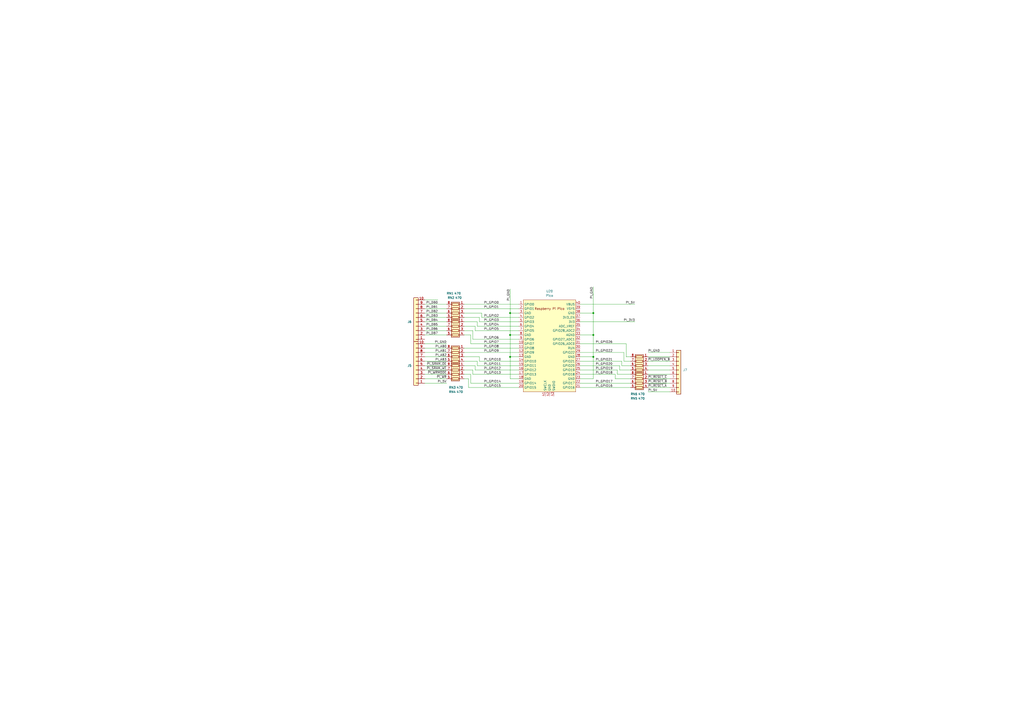
<source format=kicad_sch>
(kicad_sch (version 20231120) (generator "eeschema") (generator_version "8.0")
  (paper "A2")
  (title_block (title "Le Le Pétomane Ringard (sampleton)"))
  (lib_symbols
    (symbol "Connector_Generic:Conn_01x10" (pin_names (offset 1.016) hide)
      (property "Reference" "J" (at 0 12.7 0))
      (property "Value" "Conn_01x10" (at 0 -15.24 0))
      (symbol "Conn_01x10_1_1"
        (rectangle (start -1.27 -12.573) (end 0 -12.827) (stroke (width 0.1524)))
        (rectangle (start -1.27 -10.033) (end 0 -10.287) (stroke (width 0.1524)))
        (rectangle (start -1.27 -7.493) (end 0 -7.747) (stroke (width 0.1524)))
        (rectangle (start -1.27 -4.953) (end 0 -5.207) (stroke (width 0.1524)))
        (rectangle (start -1.27 -2.413) (end 0 -2.667) (stroke (width 0.1524)))
        (rectangle (start -1.27 0.127) (end 0 -0.127) (stroke (width 0.1524)))
        (rectangle (start -1.27 2.667) (end 0 2.413) (stroke (width 0.1524)))
        (rectangle (start -1.27 5.207) (end 0 4.953) (stroke (width 0.1524)))
        (rectangle (start -1.27 7.747) (end 0 7.493) (stroke (width 0.1524)))
        (rectangle (start -1.27 10.287) (end 0 10.033) (stroke (width 0.1524)))
        (rectangle (start -1.27 11.43) (end 1.27 -13.97) (stroke (width 0.254)) (fill (type background)))
        (pin passive line (at -5.08 10.16 0) (length 3.81) (name "Pin_1") (number "1"))
        (pin passive line (at -5.08 -12.7 0) (length 3.81) (name "Pin_10") (number "10"))
        (pin passive line (at -5.08 7.62 0) (length 3.81) (name "Pin_2") (number "2"))
        (pin passive line (at -5.08 5.08 0) (length 3.81) (name "Pin_3") (number "3"))
        (pin passive line (at -5.08 2.54 0) (length 3.81) (name "Pin_4") (number "4"))
        (pin passive line (at -5.08 0 0) (length 3.81) (name "Pin_5") (number "5"))
        (pin passive line (at -5.08 -2.54 0) (length 3.81) (name "Pin_6") (number "6"))
        (pin passive line (at -5.08 -5.08 0) (length 3.81) (name "Pin_7") (number "7"))
        (pin passive line (at -5.08 -7.62 0) (length 3.81) (name "Pin_8") (number "8"))
        (pin passive line (at -5.08 -10.16 0) (length 3.81) (name "Pin_9") (number "9"))
      )
    )
    (symbol "Device:R_Pack04" (pin_names (offset 0) hide)
      (property "Reference" "RN" (at -7.62 0 90))
      (property "Value" "R_Pack04" (at 5.08 0 90))
      (symbol "R_Pack04_0_1"
        (rectangle (start -6.35 -2.413) (end 3.81 2.413) (stroke (width 0.254)) (fill (type background)))
        (rectangle (start -5.715 1.905) (end -4.445 -1.905) (stroke (width 0.254)))
        (rectangle (start -3.175 1.905) (end -1.905 -1.905) (stroke (width 0.254)))
        (rectangle (start -0.635 1.905) (end 0.635 -1.905) (stroke (width 0.254)))
        (polyline (pts (xy -5.08 -2.54) (xy -5.08 -1.905)))
        (polyline (pts (xy -5.08 1.905) (xy -5.08 2.54)))
        (polyline (pts (xy -2.54 -2.54) (xy -2.54 -1.905)))
        (polyline (pts (xy -2.54 1.905) (xy -2.54 2.54)))
        (polyline (pts (xy 0 -2.54) (xy 0 -1.905)))
        (polyline (pts (xy 0 1.905) (xy 0 2.54)))
        (polyline (pts (xy 2.54 -2.54) (xy 2.54 -1.905)))
        (polyline (pts (xy 2.54 1.905) (xy 2.54 2.54)))
        (rectangle (start 1.905 1.905) (end 3.175 -1.905) (stroke (width 0.254)))
      )
      (symbol "R_Pack04_1_1"
        (pin passive line (at -5.08 -5.08 90) (length 2.54) (name "R1.1") (number "1"))
        (pin passive line (at -2.54 -5.08 90) (length 2.54) (name "R2.1") (number "2"))
        (pin passive line (at 0 -5.08 90) (length 2.54) (name "R3.1") (number "3"))
        (pin passive line (at 2.54 -5.08 90) (length 2.54) (name "R4.1") (number "4"))
        (pin passive line (at 2.54 5.08 270) (length 2.54) (name "R4.2") (number "5"))
        (pin passive line (at 0 5.08 270) (length 2.54) (name "R3.2") (number "6"))
        (pin passive line (at -2.54 5.08 270) (length 2.54) (name "R2.2") (number "7"))
        (pin passive line (at -5.08 5.08 270) (length 2.54) (name "R1.2") (number "8"))
      )
    )
    (symbol "MCU_RaspberryPi_and_Boards:Pico"
      (property "Reference" "U" (at -13.97 27.94 0))
      (property "Value" "Pico" (at 0 19.05 0))
      (symbol "Pico_0_0"
        (text "Raspberry Pi Pico" (at 0 21.59 0) (effects (font (size 1.27 1.27))))
      )
      (symbol "Pico_0_1"
        (rectangle (start -15.24 26.67) (end 15.24 -26.67) (fill (type background)))
      )
      (symbol "Pico_1_1"
        (pin bidirectional line (at -17.78 24.13 0) (length 2.54) (name "GPIO0") (number "1"))
        (pin bidirectional line (at -17.78 1.27 0) (length 2.54) (name "GPIO7") (number "10"))
        (pin bidirectional line (at -17.78 -1.27 0) (length 2.54) (name "GPIO8") (number "11"))
        (pin bidirectional line (at -17.78 -3.81 0) (length 2.54) (name "GPIO9") (number "12"))
        (pin power_in line (at -17.78 -6.35 0) (length 2.54) (name "GND") (number "13"))
        (pin bidirectional line (at -17.78 -8.89 0) (length 2.54) (name "GPIO10") (number "14"))
        (pin bidirectional line (at -17.78 -11.43 0) (length 2.54) (name "GPIO11") (number "15"))
        (pin bidirectional line (at -17.78 -13.97 0) (length 2.54) (name "GPIO12") (number "16"))
        (pin bidirectional line (at -17.78 -16.51 0) (length 2.54) (name "GPIO13") (number "17"))
        (pin power_in line (at -17.78 -19.05 0) (length 2.54) (name "GND") (number "18"))
        (pin bidirectional line (at -17.78 -21.59 0) (length 2.54) (name "GPIO14") (number "19"))
        (pin bidirectional line (at -17.78 21.59 0) (length 2.54) (name "GPIO1") (number "2"))
        (pin bidirectional line (at -17.78 -24.13 0) (length 2.54) (name "GPIO15") (number "20"))
        (pin bidirectional line (at 17.78 -24.13 180) (length 2.54) (name "GPIO16") (number "21"))
        (pin bidirectional line (at 17.78 -21.59 180) (length 2.54) (name "GPIO17") (number "22"))
        (pin power_in line (at 17.78 -19.05 180) (length 2.54) (name "GND") (number "23"))
        (pin bidirectional line (at 17.78 -16.51 180) (length 2.54) (name "GPIO18") (number "24"))
        (pin bidirectional line (at 17.78 -13.97 180) (length 2.54) (name "GPIO19") (number "25"))
        (pin bidirectional line (at 17.78 -11.43 180) (length 2.54) (name "GPIO20") (number "26"))
        (pin bidirectional line (at 17.78 -8.89 180) (length 2.54) (name "GPIO21") (number "27"))
        (pin power_in line (at 17.78 -6.35 180) (length 2.54) (name "GND") (number "28"))
        (pin bidirectional line (at 17.78 -3.81 180) (length 2.54) (name "GPIO22") (number "29"))
        (pin power_in line (at -17.78 19.05 0) (length 2.54) (name "GND") (number "3"))
        (pin input line (at 17.78 -1.27 180) (length 2.54) (name "RUN") (number "30"))
        (pin bidirectional line (at 17.78 1.27 180) (length 2.54) (name "GPIO26_ADC0") (number "31"))
        (pin bidirectional line (at 17.78 3.81 180) (length 2.54) (name "GPIO27_ADC1") (number "32"))
        (pin power_in line (at 17.78 6.35 180) (length 2.54) (name "AGND") (number "33"))
        (pin bidirectional line (at 17.78 8.89 180) (length 2.54) (name "GPIO28_ADC2") (number "34"))
        (pin power_in line (at 17.78 11.43 180) (length 2.54) (name "ADC_VREF") (number "35"))
        (pin power_in line (at 17.78 13.97 180) (length 2.54) (name "3V3") (number "36"))
        (pin input line (at 17.78 16.51 180) (length 2.54) (name "3V3_EN") (number "37"))
        (pin bidirectional line (at 17.78 19.05 180) (length 2.54) (name "GND") (number "38"))
        (pin power_in line (at 17.78 21.59 180) (length 2.54) (name "VSYS") (number "39"))
        (pin bidirectional line (at -17.78 16.51 0) (length 2.54) (name "GPIO2") (number "4"))
        (pin power_in line (at 17.78 24.13 180) (length 2.54) (name "VBUS") (number "40"))
        (pin input line (at -2.54 -29.21 90) (length 2.54) (name "SWCLK") (number "41"))
        (pin power_in line (at 0 -29.21 90) (length 2.54) (name "GND") (number "42"))
        (pin bidirectional line (at 2.54 -29.21 90) (length 2.54) (name "SWDIO") (number "43"))
        (pin bidirectional line (at -17.78 13.97 0) (length 2.54) (name "GPIO3") (number "5"))
        (pin bidirectional line (at -17.78 11.43 0) (length 2.54) (name "GPIO4") (number "6"))
        (pin bidirectional line (at -17.78 8.89 0) (length 2.54) (name "GPIO5") (number "7"))
        (pin power_in line (at -17.78 6.35 0) (length 2.54) (name "GND") (number "8"))
        (pin bidirectional line (at -17.78 3.81 0) (length 2.54) (name "GPIO6") (number "9"))
      )
    )
  )
  (junction (at 344.17 194.31))
  (junction (at 295.91 181.61))
  (junction (at 295.91 194.31))
  (junction (at 344.17 207.01))
  (junction (at 295.91 207.01))
  (junction (at 344.17 181.61))
  (wire (pts (xy 361.95 209.55) (xy 365.76 209.55)))
  (wire (pts (xy 375.92 212.09) (xy 388.62 212.09)))
  (wire (pts (xy 246.38 179.07) (xy 259.08 179.07)))
  (wire (pts (xy 254 173.99) (xy 246.38 173.99)))
  (wire (pts (xy 269.24 179.07) (xy 300.99 179.07)))
  (wire (pts (xy 259.08 209.55) (xy 246.38 209.55)))
  (wire (pts (xy 344.17 181.61) (xy 344.17 194.31)))
  (wire (pts (xy 295.91 167.64) (xy 295.91 181.61)))
  (wire (pts (xy 271.78 224.79) (xy 300.99 224.79)))
  (wire (pts (xy 336.55 207.01) (xy 344.17 207.01)))
  (wire (pts (xy 246.38 176.53) (xy 259.08 176.53)))
  (wire (pts (xy 360.68 209.55) (xy 360.68 212.09)))
  (wire (pts (xy 274.32 191.77) (xy 274.32 196.85)))
  (wire (pts (xy 246.38 191.77) (xy 259.08 191.77)))
  (wire (pts (xy 278.13 209.55) (xy 300.99 209.55)))
  (wire (pts (xy 269.24 204.47) (xy 300.99 204.47)))
  (wire (pts (xy 259.08 214.63) (xy 246.38 214.63)))
  (wire (pts (xy 276.86 212.09) (xy 300.99 212.09)))
  (wire (pts (xy 279.4 184.15) (xy 279.4 181.61)))
  (wire (pts (xy 269.24 207.01) (xy 278.13 207.01)))
  (wire (pts (xy 336.55 214.63) (xy 358.14 214.63)))
  (wire (pts (xy 273.05 199.39) (xy 300.99 199.39)))
  (wire (pts (xy 278.13 207.01) (xy 278.13 209.55)))
  (wire (pts (xy 269.24 214.63) (xy 274.32 214.63)))
  (wire (pts (xy 269.24 201.93) (xy 300.99 201.93)))
  (wire (pts (xy 275.59 191.77) (xy 300.99 191.77)))
  (wire (pts (xy 375.92 214.63) (xy 388.62 214.63)))
  (wire (pts (xy 359.41 214.63) (xy 365.76 214.63)))
  (wire (pts (xy 336.55 219.71) (xy 344.17 219.71)))
  (wire (pts (xy 360.68 212.09) (xy 365.76 212.09)))
  (wire (pts (xy 259.08 204.47) (xy 246.38 204.47)))
  (wire (pts (xy 336.55 222.25) (xy 365.76 222.25)))
  (wire (pts (xy 269.24 189.23) (xy 275.59 189.23)))
  (wire (pts (xy 274.32 214.63) (xy 274.32 217.17)))
  (wire (pts (xy 375.92 219.71) (xy 388.62 219.71)))
  (wire (pts (xy 344.17 194.31) (xy 344.17 207.01)))
  (wire (pts (xy 375.92 222.25) (xy 388.62 222.25)))
  (wire (pts (xy 273.05 217.17) (xy 273.05 222.25)))
  (wire (pts (xy 375.92 209.55) (xy 388.62 209.55)))
  (wire (pts (xy 336.55 204.47) (xy 361.95 204.47)))
  (wire (pts (xy 336.55 217.17) (xy 356.87 217.17)))
  (wire (pts (xy 269.24 186.69) (xy 276.86 186.69)))
  (wire (pts (xy 273.05 222.25) (xy 300.99 222.25)))
  (wire (pts (xy 358.14 214.63) (xy 358.14 217.17)))
  (wire (pts (xy 363.22 199.39) (xy 363.22 207.01)))
  (wire (pts (xy 363.22 207.01) (xy 365.76 207.01)))
  (wire (pts (xy 259.08 217.17) (xy 246.38 217.17)))
  (wire (pts (xy 269.24 184.15) (xy 278.13 184.15)))
  (wire (pts (xy 361.95 204.47) (xy 361.95 209.55)))
  (wire (pts (xy 336.55 186.69) (xy 368.3 186.69)))
  (wire (pts (xy 375.92 227.33) (xy 388.62 227.33)))
  (wire (pts (xy 269.24 181.61) (xy 279.4 181.61)))
  (wire (pts (xy 269.24 219.71) (xy 271.78 219.71)))
  (wire (pts (xy 344.17 166.37) (xy 344.17 181.61)))
  (wire (pts (xy 276.86 186.69) (xy 276.86 189.23)))
  (wire (pts (xy 358.14 217.17) (xy 365.76 217.17)))
  (wire (pts (xy 295.91 219.71) (xy 300.99 219.71)))
  (wire (pts (xy 336.55 212.09) (xy 359.41 212.09)))
  (wire (pts (xy 276.86 209.55) (xy 276.86 212.09)))
  (wire (pts (xy 246.38 186.69) (xy 259.08 186.69)))
  (wire (pts (xy 295.91 207.01) (xy 295.91 219.71)))
  (wire (pts (xy 279.4 184.15) (xy 300.99 184.15)))
  (wire (pts (xy 336.55 181.61) (xy 344.17 181.61)))
  (wire (pts (xy 295.91 181.61) (xy 295.91 194.31)))
  (wire (pts (xy 246.38 184.15) (xy 259.08 184.15)))
  (wire (pts (xy 356.87 217.17) (xy 356.87 219.71)))
  (wire (pts (xy 336.55 224.79) (xy 365.76 224.79)))
  (wire (pts (xy 275.59 189.23) (xy 275.59 191.77)))
  (wire (pts (xy 278.13 186.69) (xy 278.13 184.15)))
  (wire (pts (xy 295.91 194.31) (xy 300.99 194.31)))
  (wire (pts (xy 274.32 196.85) (xy 300.99 196.85)))
  (wire (pts (xy 375.92 224.79) (xy 388.62 224.79)))
  (wire (pts (xy 269.24 176.53) (xy 300.99 176.53)))
  (wire (pts (xy 336.55 199.39) (xy 363.22 199.39)))
  (wire (pts (xy 246.38 189.23) (xy 259.08 189.23)))
  (wire (pts (xy 246.38 194.31) (xy 259.08 194.31)))
  (wire (pts (xy 259.08 219.71) (xy 246.38 219.71)))
  (wire (pts (xy 278.13 186.69) (xy 300.99 186.69)))
  (wire (pts (xy 300.99 181.61) (xy 295.91 181.61)))
  (wire (pts (xy 359.41 212.09) (xy 359.41 214.63)))
  (wire (pts (xy 269.24 194.31) (xy 273.05 194.31)))
  (wire (pts (xy 295.91 207.01) (xy 300.99 207.01)))
  (wire (pts (xy 274.32 217.17) (xy 300.99 217.17)))
  (wire (pts (xy 246.38 222.25) (xy 259.08 222.25)))
  (wire (pts (xy 276.86 189.23) (xy 300.99 189.23)))
  (wire (pts (xy 375.92 207.01) (xy 388.62 207.01)))
  (wire (pts (xy 375.92 217.17) (xy 388.62 217.17)))
  (wire (pts (xy 246.38 199.39) (xy 259.08 199.39)))
  (wire (pts (xy 344.17 207.01) (xy 344.17 219.71)))
  (wire (pts (xy 269.24 217.17) (xy 273.05 217.17)))
  (wire (pts (xy 275.59 212.09) (xy 275.59 214.63)))
  (wire (pts (xy 269.24 209.55) (xy 276.86 209.55)))
  (wire (pts (xy 375.92 204.47) (xy 388.62 204.47)))
  (wire (pts (xy 336.55 194.31) (xy 344.17 194.31)))
  (wire (pts (xy 295.91 194.31) (xy 295.91 207.01)))
  (wire (pts (xy 275.59 214.63) (xy 300.99 214.63)))
  (wire (pts (xy 259.08 201.93) (xy 246.38 201.93)))
  (wire (pts (xy 336.55 209.55) (xy 360.68 209.55)))
  (wire (pts (xy 259.08 207.01) (xy 246.38 207.01)))
  (wire (pts (xy 336.55 176.53) (xy 368.3 176.53)))
  (wire (pts (xy 356.87 219.71) (xy 365.76 219.71)))
  (wire (pts (xy 271.78 219.71) (xy 271.78 224.79)))
  (wire (pts (xy 269.24 212.09) (xy 275.59 212.09)))
  (wire (pts (xy 273.05 194.31) (xy 273.05 199.39)))
  (wire (pts (xy 269.24 191.77) (xy 274.32 191.77)))
  (wire (pts (xy 246.38 181.61) (xy 259.08 181.61)))
  (wire (pts (xy 259.08 212.09) (xy 246.38 212.09)))
  (label "~{PI_WR}" (at 259.08 219.71 180))
  (label "PI_GPIO22" (at 345.44 204.47 0))
  (label "PI_DB6" (at 254 191.77 180))
  (label "PI_3V3" (at 368.3 186.69 180))
  (label "PI_DB1" (at 254 179.07 180))
  (label "PI_5V" (at 259.08 222.25 180))
  (label "PI_GPIO11" (at 280.67 212.09 0))
  (label "~{PI_RESET_A}" (at 375.92 224.79 0))
  (label "PI_AB3" (at 259.08 209.55 180))
  (label "PI_GPIO16" (at 345.44 224.79 0))
  (label "PI_AB0" (at 259.08 201.93 180))
  (label "PI_5V" (at 368.3 176.53 180))
  (label "PI_GPIO9" (at 280.67 204.47 0))
  (label "PI_GPIO2" (at 280.67 184.15 0))
  (label "PI_AB1" (at 259.08 204.47 180))
  (label "PI_DB4" (at 254 186.69 180))
  (label "PI_GPIO4" (at 280.67 189.23 0))
  (label "PI_5V" (at 375.92 227.33 0))
  (label "PI_GPIO13" (at 280.67 217.17 0))
  (label "PI_GND" (at 375.92 204.47 0))
  (label "PI_GPIO5" (at 280.67 191.77 0))
  (label "PI_GPIO10" (at 280.67 209.55 0))
  (label "PI_GPIO1" (at 280.67 179.07 0))
  (label "PI_DB5" (at 254 189.23 180))
  (label "PI_AB2" (at 259.08 207.01 180))
  (label "PI_GND" (at 295.91 167.64 270))
  (label "PI_GND" (at 344.17 166.37 270))
  (label "PI_GPIO26" (at 345.44 199.39 0))
  (label "PI_GPIO21" (at 345.44 209.55 0))
  (label "~{PI_RESET_B}" (at 375.92 222.25 0))
  (label "~{PI_SRAM_OE}" (at 259.08 212.09 180))
  (label "PI_GPIO8" (at 280.67 201.93 0))
  (label "~{PI_LOOPEN_B}" (at 375.92 209.55 0))
  (label "PI_GPIO15" (at 280.67 224.79 0))
  (label "PI_GPIO18" (at 345.44 217.17 0))
  (label "PI_DB3" (at 254 184.15 180))
  (label "PI_DB2" (at 254 181.61 180))
  (label "PI_GPIO17" (at 345.44 222.25 0))
  (label "~{PI_SRAM_WE}" (at 259.08 214.63 180))
  (label "PI_GPIO19" (at 345.44 214.63 0))
  (label "PI_GPIO3" (at 280.67 186.69 0))
  (label "~{PI_WRMODE}" (at 259.08 217.17 180))
  (label "PI_DB7" (at 254 194.31 180))
  (label "PI_GPIO6" (at 280.67 196.85 0))
  (label "PI_GPIO14" (at 280.67 222.25 0))
  (label "~{PI_RESET_C}" (at 375.92 219.71 0))
  (label "PI_DB0" (at 254 176.53 180))
  (label "PI_GPIO12" (at 280.67 214.63 0))
  (label "PI_GND" (at 259.08 199.39 180))
  (label "PI_GPIO0" (at 280.67 176.53 0))
  (label "PI_GPIO7" (at 280.67 199.39 0))
  (label "PI_GPIO20" (at 345.44 212.09 0))
  (symbol (lib_id "Device:R_Pack04") (at 370.84 222.25 90) (mirror x) (unit 1)
    (property "Reference" "RN5" (at 367.792 231.14 90))
    (property "Value" "470" (at 372.11 231.14 90))
    (property "Footprint" "Resistor_SMD:R_Array_Concave_4x0603" (effects (hide yes)))
    (property "Description" "4 resistor network, parallel topology" (effects (hide yes)))
  )
  (symbol (lib_id "Device:R_Pack04") (at 264.16 217.17 90) (mirror x) (unit 1)
    (property "Reference" "RN4" (at 262.382 227.33 90))
    (property "Value" "470" (at 266.7 227.33 90))
    (property "Footprint" "Resistor_SMD:R_Array_Concave_4x0603" (effects (hide yes)))
    (property "Description" "4 resistor network, parallel topology" (effects (hide yes)))
  )
  (symbol (lib_id "MCU_RaspberryPi_and_Boards:Pico") (at 318.77 200.66 0) (unit 1)
    (property "Reference" "U20" (at 318.77 168.91 0))
    (property "Value" "Pico" (at 318.77 171.45 0))
    (property "Footprint" "MCU_RaspberryPi_and_Boards:RPi_Pico_SMD_TH" (effects (hide yes)))
  )
  (symbol (lib_id "Connector_Generic:Conn_01x10") (at 393.7 214.63 0) (unit 1)
    (property "Reference" "J7" (at 396.24 214.6299 0) (effects (justify left)))
    (property "Value" "Conn_01x10" (effects (hide yes)))
    (property "Footprint" "Connector_PinHeader_2.54mm:PinHeader_1x10_P2.54mm_Vertical" (effects (hide yes)))
    (property "Description" "Generic connector, single row, 01x10, script generated (kicad-library-utils/schlib/autogen/connector/)" (effects (hide yes)))
  )
  (symbol (lib_id "Connector_Generic:Conn_01x10") (at 241.3 186.69 180) (unit 1)
    (property "Reference" "J6" (at 238.76 186.6901 0) (effects (justify left)))
    (property "Value" "Conn_01x10" (effects (hide yes)))
    (property "Footprint" "Connector_PinHeader_2.54mm:PinHeader_1x10_P2.54mm_Vertical" (effects (hide yes)))
    (property "Description" "Generic connector, single row, 01x10, script generated (kicad-library-utils/schlib/autogen/connector/)" (effects (hide yes)))
  )
  (symbol (lib_id "Device:R_Pack04") (at 264.16 191.77 90) (mirror x) (unit 1)
    (property "Reference" "RN2" (at 261.62 172.72 90))
    (property "Value" "470" (at 265.938 172.72 90))
    (property "Footprint" "Resistor_SMD:R_Array_Concave_4x0603" (effects (hide yes)))
    (property "Description" "4 resistor network, parallel topology" (effects (hide yes)))
  )
  (symbol (lib_id "Device:R_Pack04") (at 370.84 212.09 90) (mirror x) (unit 1)
    (property "Reference" "RN6" (at 367.792 228.6 90))
    (property "Value" "470" (at 372.11 228.6 90))
    (property "Footprint" "Resistor_SMD:R_Array_Concave_4x0603" (effects (hide yes)))
    (property "Description" "4 resistor network, parallel topology" (effects (hide yes)))
  )
  (symbol (lib_id "Device:R_Pack04") (at 264.16 181.61 90) (mirror x) (unit 1)
    (property "Reference" "RN1" (at 261.112 170.18 90))
    (property "Value" "470" (at 265.43 170.18 90))
    (property "Footprint" "Resistor_SMD:R_Array_Concave_4x0603" (effects (hide yes)))
    (property "Description" "4 resistor network, parallel topology" (effects (hide yes)))
  )
  (symbol (lib_id "Connector_Generic:Conn_01x10") (at 241.3 212.09 180) (unit 1)
    (property "Reference" "J5" (at 238.76 212.0901 0) (effects (justify left)))
    (property "Value" "Conn_01x10" (effects (hide yes)))
    (property "Footprint" "Connector_PinHeader_2.54mm:PinHeader_1x10_P2.54mm_Vertical" (effects (hide yes)))
    (property "Description" "Generic connector, single row, 01x10, script generated (kicad-library-utils/schlib/autogen/connector/)" (effects (hide yes)))
  )
  (symbol (lib_id "Device:R_Pack04") (at 264.16 207.01 90) (mirror x) (unit 1)
    (property "Reference" "RN3" (at 262.382 224.79 90))
    (property "Value" "470" (at 266.7 224.79 90))
    (property "Footprint" "Resistor_SMD:R_Array_Concave_4x0603" (effects (hide yes)))
    (property "Description" "4 resistor network, parallel topology" (effects (hide yes)))
  )
)
</source>
